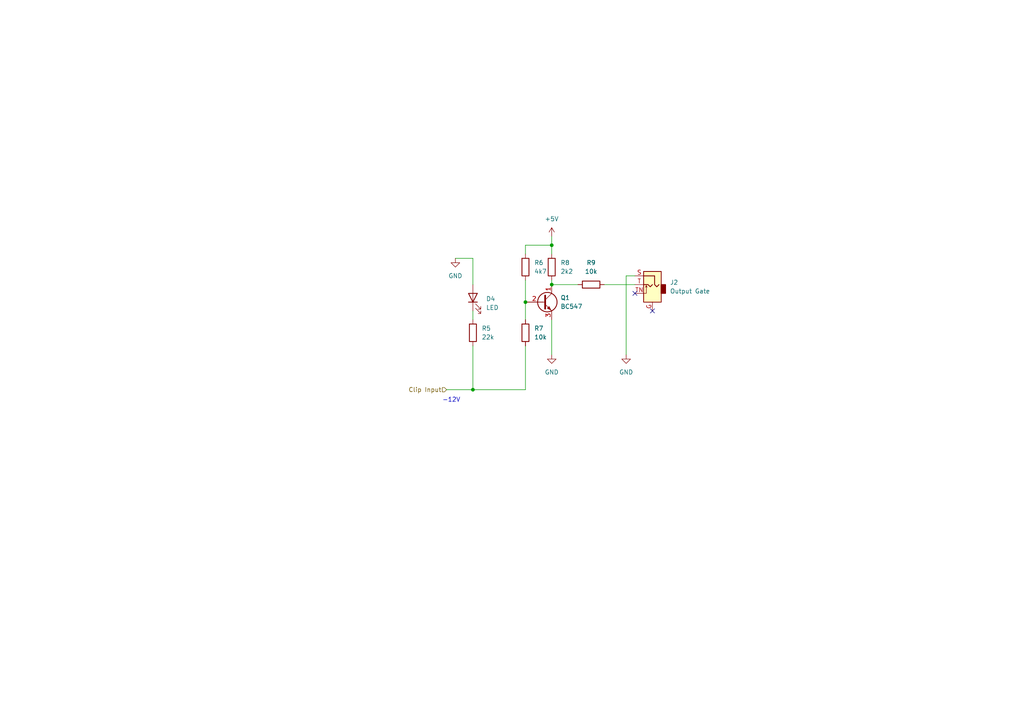
<source format=kicad_sch>
(kicad_sch (version 20230121) (generator eeschema)
  (paper "A4")
  (lib_symbols
    (symbol "Connector:AudioJack2_Ground_SwitchT"
      (property "Reference" "J" (at 0 8.89 0))
      (property "Value" "AudioJack2_Ground_SwitchT" (at 0 6.35 0))
      (symbol "AudioJack2_Ground_SwitchT_0_1"
        (rectangle (start -2.54 0) (end -3.81 -2.54) (stroke (width 0.254)) (fill (type outline)))
        (polyline (pts (xy 1.778 -0.254) (xy 2.032 -0.762)))
        (polyline (pts (xy 0 0) (xy 0.635 -0.635) (xy 1.27 0) (xy 2.54 0)) (stroke (width 0.254)))
        (polyline (pts (xy 2.54 -2.54) (xy 1.778 -2.54) (xy 1.778 -0.254) (xy 1.524 -0.762)))
        (polyline (pts (xy 2.54 2.54) (xy -0.635 2.54) (xy -0.635 0) (xy -1.27 -0.635) (xy -1.905 0)) (stroke (width 0.254)))
        (rectangle (start 2.54 3.81) (end -2.54 -5.08) (stroke (width 0.254)) (fill (type background)))
      )
      (symbol "AudioJack2_Ground_SwitchT_1_1"
        (pin passive line (at 0 -7.62 90) (length 2.54) (name "~") (number "G"))
        (pin passive line (at 5.08 2.54 180) (length 2.54) (name "~") (number "S"))
        (pin passive line (at 5.08 0 180) (length 2.54) (name "~") (number "T"))
        (pin passive line (at 5.08 -2.54 180) (length 2.54) (name "~") (number "TN"))
      )
    )
    (symbol "Device:LED" (pin_numbers hide) (pin_names (offset 1.016) hide)
      (property "Reference" "D" (at 0 2.54 0))
      (property "Value" "LED" (at 0 -2.54 0))
      (symbol "LED_0_1"
        (polyline (pts (xy -1.27 -1.27) (xy -1.27 1.27)) (stroke (width 0.254)))
        (polyline (pts (xy -1.27 0) (xy 1.27 0)))
        (polyline (pts (xy 1.27 -1.27) (xy 1.27 1.27) (xy -1.27 0) (xy 1.27 -1.27)) (stroke (width 0.254)))
        (polyline (pts (xy -3.048 -0.762) (xy -4.572 -2.286) (xy -3.81 -2.286) (xy -4.572 -2.286) (xy -4.572 -1.524)))
        (polyline (pts (xy -1.778 -0.762) (xy -3.302 -2.286) (xy -2.54 -2.286) (xy -3.302 -2.286) (xy -3.302 -1.524)))
      )
      (symbol "LED_1_1"
        (pin passive line (at -3.81 0 0) (length 2.54) (name "K") (number "1"))
        (pin passive line (at 3.81 0 180) (length 2.54) (name "A") (number "2"))
      )
    )
    (symbol "Device:R" (pin_numbers hide) (pin_names (offset 0))
      (property "Reference" "R" (at 2.032 0 90))
      (property "Value" "R" (at 0 0 90))
      (symbol "R_0_1"
        (rectangle (start -1.016 -2.54) (end 1.016 2.54) (stroke (width 0.254)))
      )
      (symbol "R_1_1"
        (pin passive line (at 0 3.81 270) (length 1.27) (name "~") (number "1"))
        (pin passive line (at 0 -3.81 90) (length 1.27) (name "~") (number "2"))
      )
    )
    (symbol "Transistor_BJT:BC547" (pin_names (offset 0) hide)
      (property "Reference" "Q" (at 5.08 1.905 0))
      (property "Value" "BC547" (at 5.08 0 0))
      (symbol "BC547_0_1"
        (polyline (pts (xy 0 0) (xy 0.635 0)))
        (polyline (pts (xy 0.635 0.635) (xy 2.54 2.54)))
        (polyline (pts (xy 0.635 -0.635) (xy 2.54 -2.54) (xy 2.54 -2.54)))
        (polyline (pts (xy 0.635 1.905) (xy 0.635 -1.905) (xy 0.635 -1.905)) (stroke (width 0.508)))
        (polyline (pts (xy 1.27 -1.778) (xy 1.778 -1.27) (xy 2.286 -2.286) (xy 1.27 -1.778) (xy 1.27 -1.778)) (fill (type outline)))
        (circle (center 1.27 0) (radius 2.8194) (stroke (width 0.254)))
      )
      (symbol "BC547_1_1"
        (pin passive line (at 2.54 5.08 270) (length 2.54) (name "C") (number "1"))
        (pin input line (at -5.08 0 0) (length 5.08) (name "B") (number "2"))
        (pin passive line (at 2.54 -5.08 90) (length 2.54) (name "E") (number "3"))
      )
    )
    (symbol "power:+5V" (power) (pin_names (offset 0))
      (property "Value" "+5V" (at 0 3.556 0))
      (symbol "+5V_0_1"
        (polyline (pts (xy -0.762 1.27) (xy 0 2.54)))
        (polyline (pts (xy 0 0) (xy 0 2.54)))
        (polyline (pts (xy 0 2.54) (xy 0.762 1.27)))
      )
      (symbol "+5V_1_1"
        (pin power_in line (at 0 0 90) (length 0) hide (name "+5V") (number "1"))
      )
    )
    (symbol "power:GND" (power) (pin_names (offset 0))
      (property "Value" "GND" (at 0 -3.81 0))
      (symbol "GND_0_1"
        (polyline (pts (xy 0 0) (xy 0 -1.27) (xy 1.27 -1.27) (xy 0 -2.54) (xy -1.27 -1.27) (xy 0 -1.27)))
      )
      (symbol "GND_1_1"
        (pin power_in line (at 0 0 270) (length 0) hide (name "GND") (number "1"))
      )
    )
  )
  (junction (at 137.16 113.03))
  (junction (at 152.4 87.63))
  (junction (at 160.02 82.55))
  (junction (at 160.02 71.12))
  (no_connect (at 184.15 85.09))
  (no_connect (at 189.23 90.17))
  (wire (pts (xy 132.08 74.93) (xy 137.16 74.93)))
  (wire (pts (xy 152.4 71.12) (xy 152.4 73.66)))
  (wire (pts (xy 137.16 113.03) (xy 137.16 100.33)))
  (wire (pts (xy 137.16 113.03) (xy 152.4 113.03)))
  (wire (pts (xy 160.02 68.58) (xy 160.02 71.12)))
  (wire (pts (xy 160.02 81.28) (xy 160.02 82.55)))
  (wire (pts (xy 152.4 81.28) (xy 152.4 87.63)))
  (wire (pts (xy 129.54 113.03) (xy 137.16 113.03)))
  (wire (pts (xy 175.26 82.55) (xy 184.15 82.55)))
  (wire (pts (xy 181.61 80.01) (xy 181.61 102.87)))
  (wire (pts (xy 181.61 80.01) (xy 184.15 80.01)))
  (wire (pts (xy 160.02 71.12) (xy 152.4 71.12)))
  (wire (pts (xy 160.02 82.55) (xy 167.64 82.55)))
  (wire (pts (xy 152.4 87.63) (xy 152.4 92.71)))
  (wire (pts (xy 160.02 71.12) (xy 160.02 73.66)))
  (wire (pts (xy 137.16 74.93) (xy 137.16 82.55)))
  (wire (pts (xy 137.16 90.17) (xy 137.16 92.71)))
  (wire (pts (xy 160.02 92.71) (xy 160.02 102.87)))
  (wire (pts (xy 152.4 100.33) (xy 152.4 113.03)))
  (text "-12V" (at 128.27 116.84 0) (effects (font (size 1.27 1.27)) (justify left bottom)))
  (hierarchical_label "Clip Input" (shape input) (at 129.54 113.03 180))
  (symbol (lib_id "Device:LED") (at 137.16 86.36 90) (unit 1)
    (property "Reference" "D4" (at 140.97 86.6774 90) (effects (justify right)))
    (property "Value" "LED" (at 140.97 89.2174 90) (effects (justify right)))
    (property "Footprint" "LED_THT:LED_D3.0mm" (effects hide))
    (instances (project "misterclippy" (path "" (reference "D4") (unit 1)) (path "" (reference "D5") (unit 1))))
  )
  (symbol (lib_id "Device:R") (at 137.16 96.52 180) (unit 1)
    (property "Reference" "R5" (at 139.7 95.2499 0) (effects (justify right)))
    (property "Value" "22k" (at 139.7 97.7899 0) (effects (justify right)))
    (property "Footprint" "Resistor_THT:R_Axial_DIN0207_L6.3mm_D2.5mm_P7.62mm_Horizontal" (effects hide))
    (instances (project "misterclippy" (path "" (reference "R5") (unit 1)) (path "" (reference "R10") (unit 1))))
  )
  (symbol (lib_id "power:GND") (at 132.08 74.93 0) (unit 1)
    (property "Reference" "#PWR015" (effects hide))
    (property "Value" "GND" (at 132.08 80.01 0))
    (instances (project "misterclippy" (path "" (reference "#PWR015") (unit 1)) (path "" (reference "#PWR019") (unit 1))))
  )
  (symbol (lib_id "power:GND") (at 181.61 102.87 0) (unit 1)
    (property "Reference" "#PWR018" (effects hide))
    (property "Value" "GND" (at 181.61 107.95 0))
    (instances (project "misterclippy" (path "" (reference "#PWR018") (unit 1)) (path "" (reference "#PWR022") (unit 1))))
  )
  (symbol (lib_id "Connector:AudioJack2_Ground_SwitchT") (at 189.23 82.55 0) (mirror y) (unit 1)
    (property "Reference" "J2" (at 194.31 81.9149 0) (effects (justify right)))
    (property "Value" "Output Gate" (at 194.31 84.4549 0) (effects (justify right)))
    (property "Footprint" "Connector_Audio:Jack_3.5mm_QingPu_WQP-PJ398SM_Vertical_CircularHoles" (effects hide))
    (instances (project "misterclippy" (path "" (reference "J2") (unit 1)) (path "" (reference "J3") (unit 1))))
  )
  (symbol (lib_id "power:+5V") (at 160.02 68.58 0) (unit 1)
    (property "Reference" "#PWR016" (effects hide))
    (property "Value" "+5V" (at 160.02 63.5 0))
    (instances (project "misterclippy" (path "" (reference "#PWR016") (unit 1)) (path "" (reference "#PWR020") (unit 1))))
  )
  (symbol (lib_id "Device:R") (at 160.02 77.47 0) (unit 1)
    (property "Reference" "R8" (at 162.56 76.1999 0) (effects (justify left)))
    (property "Value" "2k2" (at 162.56 78.7399 0) (effects (justify left)))
    (property "Footprint" "Resistor_THT:R_Axial_DIN0207_L6.3mm_D2.5mm_P7.62mm_Horizontal" (effects hide))
    (instances (project "misterclippy" (path "" (reference "R8") (unit 1)) (path "" (reference "R13") (unit 1))))
  )
  (symbol (lib_id "Device:R") (at 152.4 96.52 0) (unit 1)
    (property "Reference" "R7" (at 154.94 95.2499 0) (effects (justify left)))
    (property "Value" "10k" (at 154.94 97.7899 0) (effects (justify left)))
    (property "Footprint" "Resistor_THT:R_Axial_DIN0207_L6.3mm_D2.5mm_P7.62mm_Horizontal" (effects hide))
    (instances (project "misterclippy" (path "" (reference "R7") (unit 1)) (path "" (reference "R12") (unit 1))))
  )
  (symbol (lib_id "Device:R") (at 152.4 77.47 0) (unit 1)
    (property "Reference" "R6" (at 154.94 76.1999 0) (effects (justify left)))
    (property "Value" "4k7" (at 154.94 78.7399 0) (effects (justify left)))
    (property "Footprint" "Resistor_THT:R_Axial_DIN0207_L6.3mm_D2.5mm_P7.62mm_Horizontal" (effects hide))
    (instances (project "misterclippy" (path "" (reference "R6") (unit 1)) (path "" (reference "R11") (unit 1))))
  )
  (symbol (lib_id "Device:R") (at 171.45 82.55 90) (unit 1)
    (property "Reference" "R9" (at 171.45 76.2 90))
    (property "Value" "10k" (at 171.45 78.74 90))
    (property "Footprint" "Resistor_THT:R_Axial_DIN0207_L6.3mm_D2.5mm_P7.62mm_Horizontal" (effects hide))
    (instances (project "misterclippy" (path "" (reference "R9") (unit 1)) (path "" (reference "R14") (unit 1))))
  )
  (symbol (lib_id "Transistor_BJT:BC547") (at 157.48 87.63 0) (unit 1)
    (property "Reference" "Q1" (at 162.56 86.3599 0) (effects (justify left)))
    (property "Value" "BC547" (at 162.56 88.8999 0) (effects (justify left)))
    (property "Footprint" "Package_TO_SOT_THT:TO-92_Inline" (effects hide))
    (property "Datasheet" "https://www.onsemi.com/pub/Collateral/BC550-D.pdf" (effects hide))
    (instances (project "misterclippy" (path "" (reference "Q1") (unit 1)) (path "" (reference "Q2") (unit 1))))
  )
  (symbol (lib_id "power:GND") (at 160.02 102.87 0) (unit 1)
    (property "Reference" "#PWR017" (effects hide))
    (property "Value" "GND" (at 160.02 107.95 0))
    (instances (project "misterclippy" (path "" (reference "#PWR017") (unit 1)) (path "" (reference "#PWR021") (unit 1))))
  )
)
</source>
